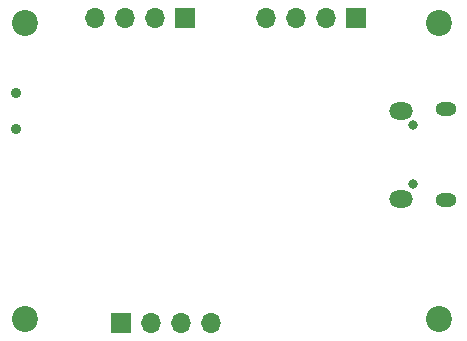
<source format=gbr>
%TF.GenerationSoftware,KiCad,Pcbnew,8.0.4*%
%TF.CreationDate,2024-08-10T16:36:54+03:00*%
%TF.ProjectId,KiCad_Course,4b694361-645f-4436-9f75-7273652e6b69,rev?*%
%TF.SameCoordinates,Original*%
%TF.FileFunction,Soldermask,Bot*%
%TF.FilePolarity,Negative*%
%FSLAX46Y46*%
G04 Gerber Fmt 4.6, Leading zero omitted, Abs format (unit mm)*
G04 Created by KiCad (PCBNEW 8.0.4) date 2024-08-10 16:36:54*
%MOMM*%
%LPD*%
G01*
G04 APERTURE LIST*
%ADD10C,0.900000*%
%ADD11R,1.700000X1.700000*%
%ADD12O,1.700000X1.700000*%
%ADD13C,2.200000*%
%ADD14O,0.800000X0.800000*%
%ADD15O,1.800000X1.150000*%
%ADD16O,2.000000X1.450000*%
G04 APERTURE END LIST*
D10*
%TO.C,SW1*%
X115090000Y-98150000D03*
X115090000Y-101150000D03*
%TD*%
D11*
%TO.C,J2*%
X143800000Y-91750000D03*
D12*
X141260000Y-91750000D03*
X138720000Y-91750000D03*
X136180000Y-91750000D03*
%TD*%
D13*
%TO.C,H1*%
X115850000Y-117250000D03*
%TD*%
%TO.C,H3*%
X150850000Y-92250000D03*
%TD*%
%TO.C,H4*%
X115850000Y-92250000D03*
%TD*%
%TO.C,H2*%
X150850000Y-117250000D03*
%TD*%
D11*
%TO.C,J4*%
X123970000Y-117600000D03*
D12*
X126510000Y-117600000D03*
X129050000Y-117600000D03*
X131590000Y-117600000D03*
%TD*%
D14*
%TO.C,J1*%
X148700000Y-105850000D03*
X148700000Y-100850000D03*
D15*
X151450000Y-107225000D03*
D16*
X147650000Y-107075000D03*
X147650000Y-99625000D03*
D15*
X151450000Y-99475000D03*
%TD*%
D11*
%TO.C,J3*%
X129330000Y-91750000D03*
D12*
X126790000Y-91750000D03*
X124250000Y-91750000D03*
X121710000Y-91750000D03*
%TD*%
M02*

</source>
